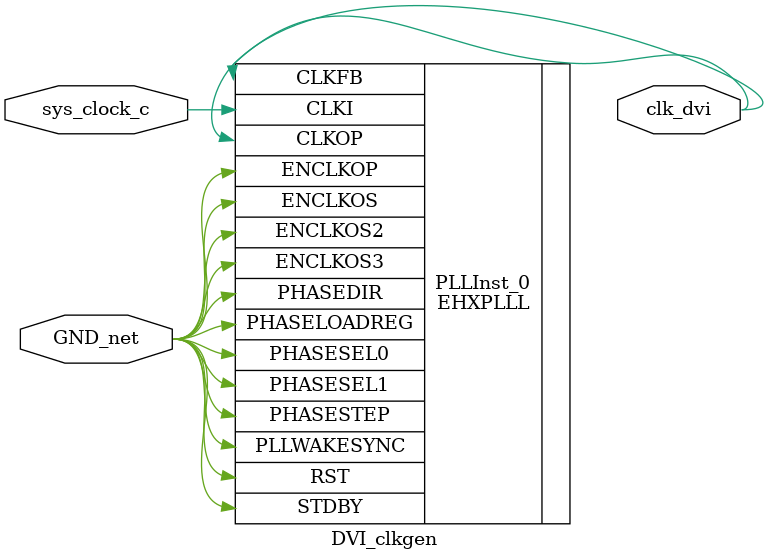
<source format=v>

module FleaFPGA_Ohm_A5 (sys_clock, sys_reset, n_led1, LVDS_Red, LVDS_Green, 
            LVDS_Blue, LVDS_ck, slave_tx_o, slave_rx_i, slave_cts_i, 
            Dram_Clk, Dram_CKE, Dram_n_Ras, Dram_n_Cas, Dram_n_We, 
            Dram_BA, Dram_Addr, Dram_Data, Dram_n_cs, Dram_DQMH, Dram_DQML, 
            GPIO_2, GPIO_3, GPIO_4, GPIO_6, GPIO_7, GPIO_8, GPIO_9, 
            GPIO_10, GPIO_11, GPIO_12, GPIO_13, GPIO_14, GPIO_15, 
            GPIO_16, GPIO_17, GPIO_18, GPIO_19, GPIO_20, GPIO_21, 
            GPIO_22, GPIO_23, GPIO_24, GPIO_25, GPIO_26, GPIO_27, 
            GPIO_IDSD, GPIO_IDSC, ADC0_input, ADC0_error, mmc_dat1, 
            mmc_dat2, mmc_n_cs, mmc_clk, mmc_mosi, mmc_miso, PS2_enable, 
            PS2_clk1, PS2_data1, PS2_clk2, PS2_data2);   // c:/lscc/diamond/3.9_x64/examples/fleadso/source/fleafpga_2v5_dso_toplevel.vhd(19[8:23])
    input sys_clock;   // c:/lscc/diamond/3.9_x64/examples/fleadso/source/fleafpga_2v5_dso_toplevel.vhd(23[2:11])
    input sys_reset;   // c:/lscc/diamond/3.9_x64/examples/fleadso/source/fleafpga_2v5_dso_toplevel.vhd(24[2:11])
    output n_led1;   // c:/lscc/diamond/3.9_x64/examples/fleadso/source/fleafpga_2v5_dso_toplevel.vhd(27[2:8])
    output [0:0]LVDS_Red;   // c:/lscc/diamond/3.9_x64/examples/fleadso/source/fleafpga_2v5_dso_toplevel.vhd(30[2:10])
    output [0:0]LVDS_Green;   // c:/lscc/diamond/3.9_x64/examples/fleadso/source/fleafpga_2v5_dso_toplevel.vhd(31[2:12])
    output [0:0]LVDS_Blue;   // c:/lscc/diamond/3.9_x64/examples/fleadso/source/fleafpga_2v5_dso_toplevel.vhd(32[2:11])
    output [0:0]LVDS_ck;   // c:/lscc/diamond/3.9_x64/examples/fleadso/source/fleafpga_2v5_dso_toplevel.vhd(33[2:9])
    output slave_tx_o;   // c:/lscc/diamond/3.9_x64/examples/fleadso/source/fleafpga_2v5_dso_toplevel.vhd(36[2:12])
    input slave_rx_i;   // c:/lscc/diamond/3.9_x64/examples/fleadso/source/fleafpga_2v5_dso_toplevel.vhd(37[2:12])
    input slave_cts_i;   // c:/lscc/diamond/3.9_x64/examples/fleadso/source/fleafpga_2v5_dso_toplevel.vhd(38[2:13])
    output Dram_Clk;   // c:/lscc/diamond/3.9_x64/examples/fleadso/source/fleafpga_2v5_dso_toplevel.vhd(41[2:10])
    output Dram_CKE;   // c:/lscc/diamond/3.9_x64/examples/fleadso/source/fleafpga_2v5_dso_toplevel.vhd(42[2:10])
    output Dram_n_Ras;   // c:/lscc/diamond/3.9_x64/examples/fleadso/source/fleafpga_2v5_dso_toplevel.vhd(43[2:12])
    output Dram_n_Cas;   // c:/lscc/diamond/3.9_x64/examples/fleadso/source/fleafpga_2v5_dso_toplevel.vhd(44[2:12])
    output Dram_n_We;   // c:/lscc/diamond/3.9_x64/examples/fleadso/source/fleafpga_2v5_dso_toplevel.vhd(45[2:11])
    output [1:0]Dram_BA;   // c:/lscc/diamond/3.9_x64/examples/fleadso/source/fleafpga_2v5_dso_toplevel.vhd(46[2:9])
    output [12:0]Dram_Addr;   // c:/lscc/diamond/3.9_x64/examples/fleadso/source/fleafpga_2v5_dso_toplevel.vhd(47[2:11])
    input [15:0]Dram_Data;   // c:/lscc/diamond/3.9_x64/examples/fleadso/source/fleafpga_2v5_dso_toplevel.vhd(48[2:11])
    output Dram_n_cs;   // c:/lscc/diamond/3.9_x64/examples/fleadso/source/fleafpga_2v5_dso_toplevel.vhd(49[2:11])
    output Dram_DQMH;   // c:/lscc/diamond/3.9_x64/examples/fleadso/source/fleafpga_2v5_dso_toplevel.vhd(51[2:11])
    output Dram_DQML;   // c:/lscc/diamond/3.9_x64/examples/fleadso/source/fleafpga_2v5_dso_toplevel.vhd(52[2:11])
    input GPIO_2 /* synthesis .original_dir=IN_OUT */ ;   // c:/lscc/diamond/3.9_x64/examples/fleadso/source/fleafpga_2v5_dso_toplevel.vhd(55[2:8])
    input GPIO_3 /* synthesis .original_dir=IN_OUT */ ;   // c:/lscc/diamond/3.9_x64/examples/fleadso/source/fleafpga_2v5_dso_toplevel.vhd(56[2:8])
    input GPIO_4 /* synthesis .original_dir=IN_OUT */ ;   // c:/lscc/diamond/3.9_x64/examples/fleadso/source/fleafpga_2v5_dso_toplevel.vhd(57[2:8])
    input GPIO_6 /* synthesis .original_dir=IN_OUT */ ;   // c:/lscc/diamond/3.9_x64/examples/fleadso/source/fleafpga_2v5_dso_toplevel.vhd(59[2:8])
    input GPIO_7 /* synthesis .original_dir=IN_OUT */ ;   // c:/lscc/diamond/3.9_x64/examples/fleadso/source/fleafpga_2v5_dso_toplevel.vhd(60[2:8])
    input GPIO_8 /* synthesis .original_dir=IN_OUT */ ;   // c:/lscc/diamond/3.9_x64/examples/fleadso/source/fleafpga_2v5_dso_toplevel.vhd(61[2:8])
    input GPIO_9 /* synthesis .original_dir=IN_OUT */ ;   // c:/lscc/diamond/3.9_x64/examples/fleadso/source/fleafpga_2v5_dso_toplevel.vhd(62[2:8])
    input GPIO_10 /* synthesis .original_dir=IN_OUT */ ;   // c:/lscc/diamond/3.9_x64/examples/fleadso/source/fleafpga_2v5_dso_toplevel.vhd(63[2:9])
    input GPIO_11 /* synthesis .original_dir=IN_OUT */ ;   // c:/lscc/diamond/3.9_x64/examples/fleadso/source/fleafpga_2v5_dso_toplevel.vhd(64[2:9])
    input GPIO_12 /* synthesis .original_dir=IN_OUT */ ;   // c:/lscc/diamond/3.9_x64/examples/fleadso/source/fleafpga_2v5_dso_toplevel.vhd(65[2:9])
    input GPIO_13 /* synthesis .original_dir=IN_OUT */ ;   // c:/lscc/diamond/3.9_x64/examples/fleadso/source/fleafpga_2v5_dso_toplevel.vhd(66[2:9])
    input GPIO_14 /* synthesis .original_dir=IN_OUT */ ;   // c:/lscc/diamond/3.9_x64/examples/fleadso/source/fleafpga_2v5_dso_toplevel.vhd(67[2:9])
    input GPIO_15 /* synthesis .original_dir=IN_OUT */ ;   // c:/lscc/diamond/3.9_x64/examples/fleadso/source/fleafpga_2v5_dso_toplevel.vhd(68[2:9])
    input GPIO_16 /* synthesis .original_dir=IN_OUT */ ;   // c:/lscc/diamond/3.9_x64/examples/fleadso/source/fleafpga_2v5_dso_toplevel.vhd(69[2:9])
    input GPIO_17 /* synthesis .original_dir=IN_OUT */ ;   // c:/lscc/diamond/3.9_x64/examples/fleadso/source/fleafpga_2v5_dso_toplevel.vhd(70[2:9])
    input GPIO_18 /* synthesis .original_dir=IN_OUT */ ;   // c:/lscc/diamond/3.9_x64/examples/fleadso/source/fleafpga_2v5_dso_toplevel.vhd(71[2:9])
    input GPIO_19 /* synthesis .original_dir=IN_OUT */ ;   // c:/lscc/diamond/3.9_x64/examples/fleadso/source/fleafpga_2v5_dso_toplevel.vhd(72[2:9])
    input GPIO_20;   // c:/lscc/diamond/3.9_x64/examples/fleadso/source/fleafpga_2v5_dso_toplevel.vhd(73[2:9])
    input GPIO_21;   // c:/lscc/diamond/3.9_x64/examples/fleadso/source/fleafpga_2v5_dso_toplevel.vhd(74[2:9])
    input GPIO_22 /* synthesis .original_dir=IN_OUT */ ;   // c:/lscc/diamond/3.9_x64/examples/fleadso/source/fleafpga_2v5_dso_toplevel.vhd(75[2:9])
    input GPIO_23 /* synthesis .original_dir=IN_OUT */ ;   // c:/lscc/diamond/3.9_x64/examples/fleadso/source/fleafpga_2v5_dso_toplevel.vhd(76[2:9])
    input GPIO_24 /* synthesis .original_dir=IN_OUT */ ;   // c:/lscc/diamond/3.9_x64/examples/fleadso/source/fleafpga_2v5_dso_toplevel.vhd(77[2:9])
    input GPIO_25 /* synthesis .original_dir=IN_OUT */ ;   // c:/lscc/diamond/3.9_x64/examples/fleadso/source/fleafpga_2v5_dso_toplevel.vhd(78[2:9])
    input GPIO_26 /* synthesis .original_dir=IN_OUT */ ;   // c:/lscc/diamond/3.9_x64/examples/fleadso/source/fleafpga_2v5_dso_toplevel.vhd(79[2:9])
    input GPIO_27 /* synthesis .original_dir=IN_OUT */ ;   // c:/lscc/diamond/3.9_x64/examples/fleadso/source/fleafpga_2v5_dso_toplevel.vhd(80[2:9])
    input GPIO_IDSD /* synthesis .original_dir=IN_OUT */ ;   // c:/lscc/diamond/3.9_x64/examples/fleadso/source/fleafpga_2v5_dso_toplevel.vhd(81[2:11])
    input GPIO_IDSC /* synthesis .original_dir=IN_OUT */ ;   // c:/lscc/diamond/3.9_x64/examples/fleadso/source/fleafpga_2v5_dso_toplevel.vhd(82[2:11])
    input ADC0_input;   // c:/lscc/diamond/3.9_x64/examples/fleadso/source/fleafpga_2v5_dso_toplevel.vhd(86[2:12])
    output ADC0_error;   // c:/lscc/diamond/3.9_x64/examples/fleadso/source/fleafpga_2v5_dso_toplevel.vhd(87[2:12])
    input mmc_dat1;   // c:/lscc/diamond/3.9_x64/examples/fleadso/source/fleafpga_2v5_dso_toplevel.vhd(96[2:10])
    input mmc_dat2;   // c:/lscc/diamond/3.9_x64/examples/fleadso/source/fleafpga_2v5_dso_toplevel.vhd(97[2:10])
    output mmc_n_cs;   // c:/lscc/diamond/3.9_x64/examples/fleadso/source/fleafpga_2v5_dso_toplevel.vhd(98[2:10])
    output mmc_clk;   // c:/lscc/diamond/3.9_x64/examples/fleadso/source/fleafpga_2v5_dso_toplevel.vhd(99[2:9])
    output mmc_mosi;   // c:/lscc/diamond/3.9_x64/examples/fleadso/source/fleafpga_2v5_dso_toplevel.vhd(100[2:10])
    input mmc_miso;   // c:/lscc/diamond/3.9_x64/examples/fleadso/source/fleafpga_2v5_dso_toplevel.vhd(101[2:10])
    output PS2_enable;   // c:/lscc/diamond/3.9_x64/examples/fleadso/source/fleafpga_2v5_dso_toplevel.vhd(104[2:12])
    input PS2_clk1 /* synthesis .original_dir=IN_OUT */ ;   // c:/lscc/diamond/3.9_x64/examples/fleadso/source/fleafpga_2v5_dso_toplevel.vhd(105[2:10])
    input PS2_data1 /* synthesis .original_dir=IN_OUT */ ;   // c:/lscc/diamond/3.9_x64/examples/fleadso/source/fleafpga_2v5_dso_toplevel.vhd(106[2:11])
    input PS2_clk2 /* synthesis .original_dir=IN_OUT */ ;   // c:/lscc/diamond/3.9_x64/examples/fleadso/source/fleafpga_2v5_dso_toplevel.vhd(108[2:10])
    input PS2_data2 /* synthesis .original_dir=IN_OUT */ ;   // c:/lscc/diamond/3.9_x64/examples/fleadso/source/fleafpga_2v5_dso_toplevel.vhd(109[2:11])
    
    wire VCC_net /* synthesis is_clock=1 */ ;   // c:/lscc/diamond/3.9_x64/examples/fleadso/source/fleafpga_2v5_dso_toplevel.vhd(98[2:10])
    wire sys_clock_c /* synthesis is_clock=1 */ ;   // c:/lscc/diamond/3.9_x64/examples/fleadso/source/fleafpga_2v5_dso_toplevel.vhd(23[2:11])
    wire clk_dvi /* synthesis is_clock=1, SET_AS_NETWORK=clk_dvi */ ;   // c:/lscc/diamond/3.9_x64/examples/fleadso/source/fleafpga_2v5_dso_toplevel.vhd(115[11:18])
    
    wire GND_net, sys_reset_c, GPIO_20_c, ADC0_error_c, buf_douto0, 
        buf_douto0_adj_250, buf_douto0_adj_251, buf_douto0_adj_252;
    
    VHI i2 (.Z(VCC_net));
    OB Dram_n_Ras_pad (.I(GND_net), .O(Dram_n_Ras));   // c:/lscc/diamond/3.9_x64/examples/fleadso/source/fleafpga_2v5_dso_toplevel.vhd(43[2:12])
    OB ADC0_error_pad (.I(ADC0_error_c), .O(ADC0_error));   // c:/lscc/diamond/3.9_x64/examples/fleadso/source/fleafpga_2v5_dso_toplevel.vhd(87[2:12])
    OB Dram_DQML_pad (.I(GND_net), .O(Dram_DQML));   // c:/lscc/diamond/3.9_x64/examples/fleadso/source/fleafpga_2v5_dso_toplevel.vhd(52[2:11])
    OB Dram_DQMH_pad (.I(GND_net), .O(Dram_DQMH));   // c:/lscc/diamond/3.9_x64/examples/fleadso/source/fleafpga_2v5_dso_toplevel.vhd(51[2:11])
    OB PS2_enable_pad (.I(VCC_net), .O(PS2_enable));   // c:/lscc/diamond/3.9_x64/examples/fleadso/source/fleafpga_2v5_dso_toplevel.vhd(104[2:12])
    IB sys_clock_pad (.I(sys_clock), .O(sys_clock_c));   // c:/lscc/diamond/3.9_x64/examples/fleadso/source/fleafpga_2v5_dso_toplevel.vhd(23[2:11])
    OB mmc_clk_pad (.I(GND_net), .O(mmc_clk));   // c:/lscc/diamond/3.9_x64/examples/fleadso/source/fleafpga_2v5_dso_toplevel.vhd(99[2:9])
    OB mmc_n_cs_pad (.I(VCC_net), .O(mmc_n_cs));   // c:/lscc/diamond/3.9_x64/examples/fleadso/source/fleafpga_2v5_dso_toplevel.vhd(98[2:10])
    OB mmc_mosi_pad (.I(GND_net), .O(mmc_mosi));   // c:/lscc/diamond/3.9_x64/examples/fleadso/source/fleafpga_2v5_dso_toplevel.vhd(100[2:10])
    OB Dram_n_cs_pad (.I(VCC_net), .O(Dram_n_cs));   // c:/lscc/diamond/3.9_x64/examples/fleadso/source/fleafpga_2v5_dso_toplevel.vhd(49[2:11])
    OB Dram_Addr_pad_0 (.I(GND_net), .O(Dram_Addr[0]));   // c:/lscc/diamond/3.9_x64/examples/fleadso/source/fleafpga_2v5_dso_toplevel.vhd(47[2:11])
    OB Dram_Addr_pad_1 (.I(GND_net), .O(Dram_Addr[1]));   // c:/lscc/diamond/3.9_x64/examples/fleadso/source/fleafpga_2v5_dso_toplevel.vhd(47[2:11])
    OB Dram_Addr_pad_2 (.I(GND_net), .O(Dram_Addr[2]));   // c:/lscc/diamond/3.9_x64/examples/fleadso/source/fleafpga_2v5_dso_toplevel.vhd(47[2:11])
    OB Dram_Addr_pad_3 (.I(GND_net), .O(Dram_Addr[3]));   // c:/lscc/diamond/3.9_x64/examples/fleadso/source/fleafpga_2v5_dso_toplevel.vhd(47[2:11])
    OB Dram_Addr_pad_4 (.I(GND_net), .O(Dram_Addr[4]));   // c:/lscc/diamond/3.9_x64/examples/fleadso/source/fleafpga_2v5_dso_toplevel.vhd(47[2:11])
    VLO i1 (.Z(GND_net));
    OB Dram_Addr_pad_5 (.I(GND_net), .O(Dram_Addr[5]));   // c:/lscc/diamond/3.9_x64/examples/fleadso/source/fleafpga_2v5_dso_toplevel.vhd(47[2:11])
    OB Dram_CKE_pad (.I(GND_net), .O(Dram_CKE));   // c:/lscc/diamond/3.9_x64/examples/fleadso/source/fleafpga_2v5_dso_toplevel.vhd(42[2:10])
    dvid u100 (.clk_dvi(clk_dvi), .GND_net(GND_net), .buf_douto0(buf_douto0_adj_252), 
         .buf_douto0_adj_1(buf_douto0_adj_251), .buf_douto0_adj_2(buf_douto0_adj_250), 
         .buf_douto0_adj_3(buf_douto0));   // c:/lscc/diamond/3.9_x64/examples/fleadso/source/fleafpga_2v5_dso_toplevel.vhd(176[9:25])
    OB Dram_Addr_pad_6 (.I(GND_net), .O(Dram_Addr[6]));   // c:/lscc/diamond/3.9_x64/examples/fleadso/source/fleafpga_2v5_dso_toplevel.vhd(47[2:11])
    OB Dram_Addr_pad_7 (.I(GND_net), .O(Dram_Addr[7]));   // c:/lscc/diamond/3.9_x64/examples/fleadso/source/fleafpga_2v5_dso_toplevel.vhd(47[2:11])
    OB Dram_Addr_pad_8 (.I(GND_net), .O(Dram_Addr[8]));   // c:/lscc/diamond/3.9_x64/examples/fleadso/source/fleafpga_2v5_dso_toplevel.vhd(47[2:11])
    OB Dram_Addr_pad_9 (.I(GND_net), .O(Dram_Addr[9]));   // c:/lscc/diamond/3.9_x64/examples/fleadso/source/fleafpga_2v5_dso_toplevel.vhd(47[2:11])
    OB Dram_Addr_pad_10 (.I(GND_net), .O(Dram_Addr[10]));   // c:/lscc/diamond/3.9_x64/examples/fleadso/source/fleafpga_2v5_dso_toplevel.vhd(47[2:11])
    OB Dram_Addr_pad_11 (.I(GND_net), .O(Dram_Addr[11]));   // c:/lscc/diamond/3.9_x64/examples/fleadso/source/fleafpga_2v5_dso_toplevel.vhd(47[2:11])
    IB GPIO_20_pad (.I(GPIO_20), .O(GPIO_20_c));   // c:/lscc/diamond/3.9_x64/examples/fleadso/source/fleafpga_2v5_dso_toplevel.vhd(73[2:9])
    IB sys_reset_pad (.I(sys_reset), .O(sys_reset_c));   // c:/lscc/diamond/3.9_x64/examples/fleadso/source/fleafpga_2v5_dso_toplevel.vhd(24[2:11])
    OB Inst1_OB0 (.I(buf_douto0), .O(LVDS_Red[0])) /* synthesis syn_black_box=true, IO_TYPE="LVCMOS25", syn_instantiated=1, LSE_LINE_FILE_ID=26, LSE_LCOL=7, LSE_RCOL=26, LSE_LLINE=82, LSE_RLINE=82 */ ;   // c:/lscc/diamond/3.9_x64/examples/fleadso/ddr_out/ddr_out.vhd(59[16:18])
    FleaFPGA_DSO user_module1 (.ADC0_error_c(ADC0_error_c), .sys_reset_c(sys_reset_c));   // c:/lscc/diamond/3.9_x64/examples/fleadso/source/fleafpga_2v5_dso_toplevel.vhd(143[17:41])
    OB Inst1_OB0_adj_5 (.I(buf_douto0_adj_250), .O(LVDS_Green[0])) /* synthesis syn_black_box=true, IO_TYPE="LVCMOS25", syn_instantiated=1, LSE_LINE_FILE_ID=26, LSE_LCOL=7, LSE_RCOL=26, LSE_LLINE=86, LSE_RLINE=86 */ ;   // c:/lscc/diamond/3.9_x64/examples/fleadso/ddr_out/ddr_out.vhd(59[16:18])
    DVI_clkgen u0 (.sys_clock_c(sys_clock_c), .clk_dvi(clk_dvi), .GND_net(GND_net)) /* synthesis NGD_DRC_MASK=1 */ ;   // c:/lscc/diamond/3.9_x64/examples/fleadso/source/fleafpga_2v5_dso_toplevel.vhd(168[7:29])
    OB Dram_Addr_pad_12 (.I(GND_net), .O(Dram_Addr[12]));   // c:/lscc/diamond/3.9_x64/examples/fleadso/source/fleafpga_2v5_dso_toplevel.vhd(47[2:11])
    OB Inst1_OB0_adj_6 (.I(buf_douto0_adj_251), .O(LVDS_Blue[0])) /* synthesis syn_black_box=true, IO_TYPE="LVCMOS25", syn_instantiated=1, LSE_LINE_FILE_ID=26, LSE_LCOL=7, LSE_RCOL=26, LSE_LLINE=90, LSE_RLINE=90 */ ;   // c:/lscc/diamond/3.9_x64/examples/fleadso/ddr_out/ddr_out.vhd(59[16:18])
    PUR PUR_INST (.PUR(VCC_net));
    defparam PUR_INST.RST_PULSE = 1;
    OB Inst1_OB0_adj_7 (.I(buf_douto0_adj_252), .O(LVDS_ck[0])) /* synthesis syn_black_box=true, IO_TYPE="LVCMOS25", syn_instantiated=1, LSE_LINE_FILE_ID=26, LSE_LCOL=7, LSE_RCOL=26, LSE_LLINE=94, LSE_RLINE=94 */ ;   // c:/lscc/diamond/3.9_x64/examples/fleadso/ddr_out/ddr_out.vhd(59[16:18])
    OB Dram_Clk_pad (.I(GND_net), .O(Dram_Clk));   // c:/lscc/diamond/3.9_x64/examples/fleadso/source/fleafpga_2v5_dso_toplevel.vhd(41[2:10])
    OB Dram_n_Cas_pad (.I(GND_net), .O(Dram_n_Cas));   // c:/lscc/diamond/3.9_x64/examples/fleadso/source/fleafpga_2v5_dso_toplevel.vhd(44[2:12])
    OB slave_tx_o_pad (.I(GND_net), .O(slave_tx_o));   // c:/lscc/diamond/3.9_x64/examples/fleadso/source/fleafpga_2v5_dso_toplevel.vhd(36[2:12])
    OB n_led1_pad (.I(VCC_net), .O(n_led1));   // c:/lscc/diamond/3.9_x64/examples/fleadso/source/fleafpga_2v5_dso_toplevel.vhd(27[2:8])
    GSR GSR_INST (.GSR(VCC_net));
    OB Dram_BA_pad_0 (.I(GND_net), .O(Dram_BA[0]));   // c:/lscc/diamond/3.9_x64/examples/fleadso/source/fleafpga_2v5_dso_toplevel.vhd(46[2:9])
    OB Dram_BA_pad_1 (.I(GND_net), .O(Dram_BA[1]));   // c:/lscc/diamond/3.9_x64/examples/fleadso/source/fleafpga_2v5_dso_toplevel.vhd(46[2:9])
    OB Dram_n_We_pad (.I(GND_net), .O(Dram_n_We));   // c:/lscc/diamond/3.9_x64/examples/fleadso/source/fleafpga_2v5_dso_toplevel.vhd(45[2:11])
    
endmodule
//
// Verilog Description of module dvid
//

module dvid (clk_dvi, GND_net, buf_douto0, buf_douto0_adj_1, buf_douto0_adj_2, 
            buf_douto0_adj_3);
    input clk_dvi;
    input GND_net;
    output buf_douto0;
    output buf_douto0_adj_1;
    output buf_douto0_adj_2;
    output buf_douto0_adj_3;
    
    wire clk_dvi /* synthesis is_clock=1, SET_AS_NETWORK=clk_dvi */ ;   // c:/lscc/diamond/3.9_x64/examples/fleadso/source/fleafpga_2v5_dso_toplevel.vhd(115[11:18])
    wire [9:0]shift_red;   // c:/lscc/diamond/3.9_x64/examples/fleadso/source/dvi_d.vhd(44[11:20])
    wire [9:0]shift_green_9__N_148;
    wire [9:0]shift_clock;   // c:/lscc/diamond/3.9_x64/examples/fleadso/source/dvi_d.vhd(46[11:22])
    
    wire n397, n393, n416;
    wire [9:0]shift_blue;   // c:/lscc/diamond/3.9_x64/examples/fleadso/source/dvi_d.vhd(44[39:49])
    
    FD1S3JX shift_red_i6 (.D(shift_red[9]), .CK(clk_dvi), .PD(shift_green_9__N_148[9]), 
            .Q(shift_red[6])) /* synthesis lse_init_val=0, LSE_LINE_FILE_ID=20, LSE_LCOL=9, LSE_RCOL=25, LSE_LLINE=176, LSE_RLINE=176 */ ;   // c:/lscc/diamond/3.9_x64/examples/fleadso/source/dvi_d.vhd(110[7] 121[14])
    defparam shift_red_i6.GSR = "ENABLED";
    FD1S3IX shift_red_i5 (.D(shift_red[7]), .CK(clk_dvi), .CD(shift_green_9__N_148[9]), 
            .Q(shift_red[5])) /* synthesis lse_init_val=0, LSE_LINE_FILE_ID=20, LSE_LCOL=9, LSE_RCOL=25, LSE_LLINE=176, LSE_RLINE=176 */ ;   // c:/lscc/diamond/3.9_x64/examples/fleadso/source/dvi_d.vhd(110[7] 121[14])
    defparam shift_red_i5.GSR = "ENABLED";
    FD1S3IX shift_red_i0 (.D(shift_red[2]), .CK(clk_dvi), .CD(shift_green_9__N_148[9]), 
            .Q(shift_red[0])) /* synthesis lse_init_val=0, LSE_LINE_FILE_ID=20, LSE_LCOL=9, LSE_RCOL=25, LSE_LLINE=176, LSE_RLINE=176 */ ;   // c:/lscc/diamond/3.9_x64/examples/fleadso/source/dvi_d.vhd(110[7] 121[14])
    defparam shift_red_i0.GSR = "ENABLED";
    FD1S3JX shift_red_i4 (.D(shift_red[6]), .CK(clk_dvi), .PD(shift_green_9__N_148[9]), 
            .Q(shift_red[4])) /* synthesis lse_init_val=0, LSE_LINE_FILE_ID=20, LSE_LCOL=9, LSE_RCOL=25, LSE_LLINE=176, LSE_RLINE=176 */ ;   // c:/lscc/diamond/3.9_x64/examples/fleadso/source/dvi_d.vhd(110[7] 121[14])
    defparam shift_red_i4.GSR = "ENABLED";
    FD1S3AY shift_clock_i0 (.D(shift_clock[2]), .CK(clk_dvi), .Q(shift_clock[0])) /* synthesis lse_init_val=1, LSE_LINE_FILE_ID=20, LSE_LCOL=9, LSE_RCOL=25, LSE_LLINE=176, LSE_RLINE=176 */ ;   // c:/lscc/diamond/3.9_x64/examples/fleadso/source/dvi_d.vhd(110[7] 121[14])
    defparam shift_clock_i0.GSR = "ENABLED";
    LUT4 i1_3_lut (.A(shift_clock[9]), .B(shift_clock[6]), .C(shift_clock[8]), 
         .Z(n397)) /* synthesis lut_function=(A+(B+(C))) */ ;
    defparam i1_3_lut.init = 16'hfefe;
    FD1S3AY shift_clock_i1 (.D(shift_clock[3]), .CK(clk_dvi), .Q(shift_clock[1])) /* synthesis lse_init_val=1, LSE_LINE_FILE_ID=20, LSE_LCOL=9, LSE_RCOL=25, LSE_LLINE=176, LSE_RLINE=176 */ ;   // c:/lscc/diamond/3.9_x64/examples/fleadso/source/dvi_d.vhd(110[7] 121[14])
    defparam shift_clock_i1.GSR = "ENABLED";
    FD1S3AY shift_clock_i2 (.D(shift_clock[4]), .CK(clk_dvi), .Q(shift_clock[2])) /* synthesis lse_init_val=1, LSE_LINE_FILE_ID=20, LSE_LCOL=9, LSE_RCOL=25, LSE_LLINE=176, LSE_RLINE=176 */ ;   // c:/lscc/diamond/3.9_x64/examples/fleadso/source/dvi_d.vhd(110[7] 121[14])
    defparam shift_clock_i2.GSR = "ENABLED";
    FD1S3AY shift_clock_i3 (.D(shift_clock[5]), .CK(clk_dvi), .Q(shift_clock[3])) /* synthesis lse_init_val=1, LSE_LINE_FILE_ID=20, LSE_LCOL=9, LSE_RCOL=25, LSE_LLINE=176, LSE_RLINE=176 */ ;   // c:/lscc/diamond/3.9_x64/examples/fleadso/source/dvi_d.vhd(110[7] 121[14])
    defparam shift_clock_i3.GSR = "ENABLED";
    FD1S3AY shift_clock_i4 (.D(shift_clock[6]), .CK(clk_dvi), .Q(shift_clock[4])) /* synthesis lse_init_val=1, LSE_LINE_FILE_ID=20, LSE_LCOL=9, LSE_RCOL=25, LSE_LLINE=176, LSE_RLINE=176 */ ;   // c:/lscc/diamond/3.9_x64/examples/fleadso/source/dvi_d.vhd(110[7] 121[14])
    defparam shift_clock_i4.GSR = "ENABLED";
    FD1S3AX shift_clock_i5 (.D(shift_clock[7]), .CK(clk_dvi), .Q(shift_clock[5])) /* synthesis lse_init_val=0, LSE_LINE_FILE_ID=20, LSE_LCOL=9, LSE_RCOL=25, LSE_LLINE=176, LSE_RLINE=176 */ ;   // c:/lscc/diamond/3.9_x64/examples/fleadso/source/dvi_d.vhd(110[7] 121[14])
    defparam shift_clock_i5.GSR = "ENABLED";
    FD1S3AX shift_clock_i6 (.D(shift_clock[8]), .CK(clk_dvi), .Q(shift_clock[6])) /* synthesis lse_init_val=0, LSE_LINE_FILE_ID=20, LSE_LCOL=9, LSE_RCOL=25, LSE_LLINE=176, LSE_RLINE=176 */ ;   // c:/lscc/diamond/3.9_x64/examples/fleadso/source/dvi_d.vhd(110[7] 121[14])
    defparam shift_clock_i6.GSR = "ENABLED";
    FD1S3AX shift_clock_i7 (.D(shift_clock[9]), .CK(clk_dvi), .Q(shift_clock[7])) /* synthesis lse_init_val=0, LSE_LINE_FILE_ID=20, LSE_LCOL=9, LSE_RCOL=25, LSE_LLINE=176, LSE_RLINE=176 */ ;   // c:/lscc/diamond/3.9_x64/examples/fleadso/source/dvi_d.vhd(110[7] 121[14])
    defparam shift_clock_i7.GSR = "ENABLED";
    FD1S3AX shift_clock_i8 (.D(shift_clock[0]), .CK(clk_dvi), .Q(shift_clock[8])) /* synthesis lse_init_val=0, LSE_LINE_FILE_ID=20, LSE_LCOL=9, LSE_RCOL=25, LSE_LLINE=176, LSE_RLINE=176 */ ;   // c:/lscc/diamond/3.9_x64/examples/fleadso/source/dvi_d.vhd(110[7] 121[14])
    defparam shift_clock_i8.GSR = "ENABLED";
    FD1S3AX shift_clock_i9 (.D(shift_clock[1]), .CK(clk_dvi), .Q(shift_clock[9])) /* synthesis lse_init_val=0, LSE_LINE_FILE_ID=20, LSE_LCOL=9, LSE_RCOL=25, LSE_LLINE=176, LSE_RLINE=176 */ ;   // c:/lscc/diamond/3.9_x64/examples/fleadso/source/dvi_d.vhd(110[7] 121[14])
    defparam shift_clock_i9.GSR = "ENABLED";
    FD1S3IX shift_red_i3 (.D(shift_red[5]), .CK(clk_dvi), .CD(shift_green_9__N_148[9]), 
            .Q(shift_red[3])) /* synthesis lse_init_val=0, LSE_LINE_FILE_ID=20, LSE_LCOL=9, LSE_RCOL=25, LSE_LLINE=176, LSE_RLINE=176 */ ;   // c:/lscc/diamond/3.9_x64/examples/fleadso/source/dvi_d.vhd(110[7] 121[14])
    defparam shift_red_i3.GSR = "ENABLED";
    FD1S3JX shift_red_i2 (.D(shift_red[4]), .CK(clk_dvi), .PD(shift_green_9__N_148[9]), 
            .Q(shift_red[2])) /* synthesis lse_init_val=0, LSE_LINE_FILE_ID=20, LSE_LCOL=9, LSE_RCOL=25, LSE_LLINE=176, LSE_RLINE=176 */ ;   // c:/lscc/diamond/3.9_x64/examples/fleadso/source/dvi_d.vhd(110[7] 121[14])
    defparam shift_red_i2.GSR = "ENABLED";
    FD1S3IX shift_red_i1 (.D(shift_red[3]), .CK(clk_dvi), .CD(shift_green_9__N_148[9]), 
            .Q(shift_red[1])) /* synthesis lse_init_val=0, LSE_LINE_FILE_ID=20, LSE_LCOL=9, LSE_RCOL=25, LSE_LLINE=176, LSE_RLINE=176 */ ;   // c:/lscc/diamond/3.9_x64/examples/fleadso/source/dvi_d.vhd(110[7] 121[14])
    defparam shift_red_i1.GSR = "ENABLED";
    FD1S3AX shift_red_i9 (.D(shift_green_9__N_148[9]), .CK(clk_dvi), .Q(shift_red[9])) /* synthesis lse_init_val=0, LSE_LINE_FILE_ID=20, LSE_LCOL=9, LSE_RCOL=25, LSE_LLINE=176, LSE_RLINE=176 */ ;   // c:/lscc/diamond/3.9_x64/examples/fleadso/source/dvi_d.vhd(110[7] 121[14])
    defparam shift_red_i9.GSR = "ENABLED";
    LUT4 i1_2_lut (.A(shift_clock[5]), .B(shift_clock[7]), .Z(n393)) /* synthesis lut_function=(A+(B)) */ ;
    defparam i1_2_lut.init = 16'heeee;
    LUT4 i299_4_lut (.A(shift_clock[1]), .B(shift_clock[2]), .C(shift_clock[3]), 
         .D(shift_clock[4]), .Z(n416)) /* synthesis lut_function=(A (B (C (D)))) */ ;
    defparam i299_4_lut.init = 16'h8000;
    FD1S3JX shift_blue_i1 (.D(shift_red[2]), .CK(clk_dvi), .PD(shift_green_9__N_148[9]), 
            .Q(shift_blue[1])) /* synthesis lse_init_val=0, LSE_LINE_FILE_ID=20, LSE_LCOL=9, LSE_RCOL=25, LSE_LLINE=176, LSE_RLINE=176 */ ;   // c:/lscc/diamond/3.9_x64/examples/fleadso/source/dvi_d.vhd(110[7] 121[14])
    defparam shift_blue_i1.GSR = "ENABLED";
    FD1S3IX shift_red_i7 (.D(shift_red[9]), .CK(clk_dvi), .CD(shift_green_9__N_148[9]), 
            .Q(shift_red[7])) /* synthesis lse_init_val=0, LSE_LINE_FILE_ID=20, LSE_LCOL=9, LSE_RCOL=25, LSE_LLINE=176, LSE_RLINE=176 */ ;   // c:/lscc/diamond/3.9_x64/examples/fleadso/source/dvi_d.vhd(110[7] 121[14])
    defparam shift_red_i7.GSR = "ENABLED";
    LUT4 i310_4_lut (.A(n416), .B(n397), .C(shift_clock[0]), .D(n393), 
         .Z(shift_green_9__N_148[9])) /* synthesis lut_function=(!((B+((D)+!C))+!A)) */ ;   // c:/lscc/diamond/3.9_x64/examples/fleadso/source/dvi_d.vhd(111[10] 119[17])
    defparam i310_4_lut.init = 16'h0020;
    ddr_out u5 (.clk_dvi(clk_dvi), .GND_net(GND_net), .\shift_clock[1] (shift_clock[1]), 
            .\shift_clock[0] (shift_clock[0]), .buf_douto0(buf_douto0)) /* synthesis NGD_DRC_MASK=1 */ ;   // c:/lscc/diamond/3.9_x64/examples/fleadso/source/dvi_d.vhd(94[7:26])
    ddr_out_U0 u4 (.clk_dvi(clk_dvi), .GND_net(GND_net), .\shift_blue[1] (shift_blue[1]), 
            .\shift_red[9] (shift_red[9]), .buf_douto0(buf_douto0_adj_1)) /* synthesis NGD_DRC_MASK=1 */ ;   // c:/lscc/diamond/3.9_x64/examples/fleadso/source/dvi_d.vhd(90[7:26])
    ddr_out_U1 u3 (.clk_dvi(clk_dvi), .GND_net(GND_net), .\shift_red[1] (shift_red[1]), 
            .\shift_red[0] (shift_red[0]), .buf_douto0(buf_douto0_adj_2)) /* synthesis NGD_DRC_MASK=1 */ ;   // c:/lscc/diamond/3.9_x64/examples/fleadso/source/dvi_d.vhd(86[7:26])
    ddr_out_U2 u2 (.clk_dvi(clk_dvi), .GND_net(GND_net), .\shift_red[1] (shift_red[1]), 
            .\shift_red[0] (shift_red[0]), .buf_douto0(buf_douto0_adj_3)) /* synthesis NGD_DRC_MASK=1 */ ;   // c:/lscc/diamond/3.9_x64/examples/fleadso/source/dvi_d.vhd(82[7:26])
    
endmodule
//
// Verilog Description of module ddr_out
//

module ddr_out (clk_dvi, GND_net, \shift_clock[1] , \shift_clock[0] , 
            buf_douto0) /* synthesis NGD_DRC_MASK=1 */ ;
    input clk_dvi;
    input GND_net;
    input \shift_clock[1] ;
    input \shift_clock[0] ;
    output buf_douto0;
    
    wire clk_dvi /* synthesis is_clock=1, SET_AS_NETWORK=clk_dvi */ ;   // c:/lscc/diamond/3.9_x64/examples/fleadso/source/fleafpga_2v5_dso_toplevel.vhd(115[11:18])
    
    ODDRX1F Inst4_ODDRX1F0 (.D0(\shift_clock[0] ), .D1(\shift_clock[1] ), 
            .SCLK(clk_dvi), .RST(GND_net), .Q(buf_douto0)) /* synthesis syn_black_box=true, syn_instantiated=1, LSE_LINE_FILE_ID=26, LSE_LCOL=7, LSE_RCOL=26, LSE_LLINE=94, LSE_RLINE=94 */ ;   // c:/lscc/diamond/3.9_x64/examples/fleadso/source/dvi_d.vhd(94[7:26])
    defparam Inst4_ODDRX1F0.GSR = "ENABLED";
    
endmodule
//
// Verilog Description of module ddr_out_U0
//

module ddr_out_U0 (clk_dvi, GND_net, \shift_blue[1] , \shift_red[9] , 
            buf_douto0) /* synthesis NGD_DRC_MASK=1 */ ;
    input clk_dvi;
    input GND_net;
    input \shift_blue[1] ;
    input \shift_red[9] ;
    output buf_douto0;
    
    wire clk_dvi /* synthesis is_clock=1, SET_AS_NETWORK=clk_dvi */ ;   // c:/lscc/diamond/3.9_x64/examples/fleadso/source/fleafpga_2v5_dso_toplevel.vhd(115[11:18])
    
    ODDRX1F Inst4_ODDRX1F0 (.D0(\shift_red[9] ), .D1(\shift_blue[1] ), .SCLK(clk_dvi), 
            .RST(GND_net), .Q(buf_douto0)) /* synthesis syn_black_box=true, syn_instantiated=1, LSE_LINE_FILE_ID=26, LSE_LCOL=7, LSE_RCOL=26, LSE_LLINE=90, LSE_RLINE=90 */ ;   // c:/lscc/diamond/3.9_x64/examples/fleadso/source/dvi_d.vhd(90[7:26])
    defparam Inst4_ODDRX1F0.GSR = "ENABLED";
    
endmodule
//
// Verilog Description of module ddr_out_U1
//

module ddr_out_U1 (clk_dvi, GND_net, \shift_red[1] , \shift_red[0] , 
            buf_douto0) /* synthesis NGD_DRC_MASK=1 */ ;
    input clk_dvi;
    input GND_net;
    input \shift_red[1] ;
    input \shift_red[0] ;
    output buf_douto0;
    
    wire clk_dvi /* synthesis is_clock=1, SET_AS_NETWORK=clk_dvi */ ;   // c:/lscc/diamond/3.9_x64/examples/fleadso/source/fleafpga_2v5_dso_toplevel.vhd(115[11:18])
    
    ODDRX1F Inst4_ODDRX1F0 (.D0(\shift_red[0] ), .D1(\shift_red[1] ), .SCLK(clk_dvi), 
            .RST(GND_net), .Q(buf_douto0)) /* synthesis syn_black_box=true, syn_instantiated=1, LSE_LINE_FILE_ID=26, LSE_LCOL=7, LSE_RCOL=26, LSE_LLINE=86, LSE_RLINE=86 */ ;   // c:/lscc/diamond/3.9_x64/examples/fleadso/source/dvi_d.vhd(86[7:26])
    defparam Inst4_ODDRX1F0.GSR = "ENABLED";
    
endmodule
//
// Verilog Description of module ddr_out_U2
//

module ddr_out_U2 (clk_dvi, GND_net, \shift_red[1] , \shift_red[0] , 
            buf_douto0) /* synthesis NGD_DRC_MASK=1 */ ;
    input clk_dvi;
    input GND_net;
    input \shift_red[1] ;
    input \shift_red[0] ;
    output buf_douto0;
    
    wire clk_dvi /* synthesis is_clock=1, SET_AS_NETWORK=clk_dvi */ ;   // c:/lscc/diamond/3.9_x64/examples/fleadso/source/fleafpga_2v5_dso_toplevel.vhd(115[11:18])
    
    ODDRX1F Inst4_ODDRX1F0 (.D0(\shift_red[0] ), .D1(\shift_red[1] ), .SCLK(clk_dvi), 
            .RST(GND_net), .Q(buf_douto0)) /* synthesis syn_black_box=true, syn_instantiated=1, LSE_LINE_FILE_ID=26, LSE_LCOL=7, LSE_RCOL=26, LSE_LLINE=82, LSE_RLINE=82 */ ;   // c:/lscc/diamond/3.9_x64/examples/fleadso/source/dvi_d.vhd(82[7:26])
    defparam Inst4_ODDRX1F0.GSR = "ENABLED";
    
endmodule
//
// Verilog Description of module FleaFPGA_DSO
//

module FleaFPGA_DSO (ADC0_error_c, sys_reset_c);
    output ADC0_error_c;
    input sys_reset_c;
    
    
    LUT4 i312_3_lut (.A(ADC0_error_c), .B(sys_reset_c), .Z(ADC0_error_c)) /* synthesis lut_function=(!((B)+!A)) */ ;   // c:/lscc/diamond/3.9_x64/examples/fleadso/source/fleafpga_dso.vhd(158[3] 211[14])
    defparam i312_3_lut.init = 16'h2222;
    
endmodule
//
// Verilog Description of module DVI_clkgen
//

module DVI_clkgen (sys_clock_c, clk_dvi, GND_net) /* synthesis NGD_DRC_MASK=1 */ ;
    input sys_clock_c;
    output clk_dvi;
    input GND_net;
    
    wire sys_clock_c /* synthesis is_clock=1 */ ;   // c:/lscc/diamond/3.9_x64/examples/fleadso/source/fleafpga_2v5_dso_toplevel.vhd(23[2:11])
    wire clk_dvi /* synthesis is_clock=1, SET_AS_NETWORK=clk_dvi */ ;   // c:/lscc/diamond/3.9_x64/examples/fleadso/source/fleafpga_2v5_dso_toplevel.vhd(115[11:18])
    
    EHXPLLL PLLInst_0 (.CLKI(sys_clock_c), .CLKFB(clk_dvi), .PHASESEL0(GND_net), 
            .PHASESEL1(GND_net), .PHASEDIR(GND_net), .PHASESTEP(GND_net), 
            .PHASELOADREG(GND_net), .STDBY(GND_net), .PLLWAKESYNC(GND_net), 
            .RST(GND_net), .ENCLKOP(GND_net), .ENCLKOS(GND_net), .ENCLKOS2(GND_net), 
            .ENCLKOS3(GND_net), .CLKOP(clk_dvi)) /* synthesis syn_black_box=true, FREQUENCY_PIN_CLKOS2="25.000000", FREQUENCY_PIN_CLKOS="125.000000", FREQUENCY_PIN_CLKOP="125.000000", FREQUENCY_PIN_CLKI="25.000000", ICP_CURRENT="12", LPF_RESISTOR="16", syn_instantiated=1, LSE_LINE_FILE_ID=20, LSE_LCOL=7, LSE_RCOL=29, LSE_LLINE=168, LSE_RLINE=168 */ ;   // c:/lscc/diamond/3.9_x64/examples/fleadso/source/fleafpga_2v5_dso_toplevel.vhd(168[7:29])
    defparam PLLInst_0.CLKI_DIV = 1;
    defparam PLLInst_0.CLKFB_DIV = 5;
    defparam PLLInst_0.CLKOP_DIV = 5;
    defparam PLLInst_0.CLKOS_DIV = 5;
    defparam PLLInst_0.CLKOS2_DIV = 25;
    defparam PLLInst_0.CLKOS3_DIV = 1;
    defparam PLLInst_0.CLKOP_ENABLE = "ENABLED";
    defparam PLLInst_0.CLKOS_ENABLE = "ENABLED";
    defparam PLLInst_0.CLKOS2_ENABLE = "ENABLED";
    defparam PLLInst_0.CLKOS3_ENABLE = "DISABLED";
    defparam PLLInst_0.CLKOP_CPHASE = 4;
    defparam PLLInst_0.CLKOS_CPHASE = 5;
    defparam PLLInst_0.CLKOS2_CPHASE = 24;
    defparam PLLInst_0.CLKOS3_CPHASE = 0;
    defparam PLLInst_0.CLKOP_FPHASE = 0;
    defparam PLLInst_0.CLKOS_FPHASE = 2;
    defparam PLLInst_0.CLKOS2_FPHASE = 0;
    defparam PLLInst_0.CLKOS3_FPHASE = 0;
    defparam PLLInst_0.FEEDBK_PATH = "CLKOP";
    defparam PLLInst_0.CLKOP_TRIM_POL = "FALLING";
    defparam PLLInst_0.CLKOP_TRIM_DELAY = 0;
    defparam PLLInst_0.CLKOS_TRIM_POL = "FALLING";
    defparam PLLInst_0.CLKOS_TRIM_DELAY = 0;
    defparam PLLInst_0.OUTDIVIDER_MUXA = "DIVA";
    defparam PLLInst_0.OUTDIVIDER_MUXB = "DIVB";
    defparam PLLInst_0.OUTDIVIDER_MUXC = "DIVC";
    defparam PLLInst_0.OUTDIVIDER_MUXD = "DIVD";
    defparam PLLInst_0.PLL_LOCK_MODE = 0;
    defparam PLLInst_0.PLL_LOCK_DELAY = 200;
    defparam PLLInst_0.STDBY_ENABLE = "DISABLED";
    defparam PLLInst_0.REFIN_RESET = "DISABLED";
    defparam PLLInst_0.SYNC_ENABLE = "DISABLED";
    defparam PLLInst_0.INT_LOCK_STICKY = "ENABLED";
    defparam PLLInst_0.DPHASE_SOURCE = "DISABLED";
    defparam PLLInst_0.PLLRST_ENA = "DISABLED";
    defparam PLLInst_0.INTFB_WAKE = "DISABLED";
    
endmodule
//
// Verilog Description of module PUR
// module not written out since it is a black-box. 
//


</source>
